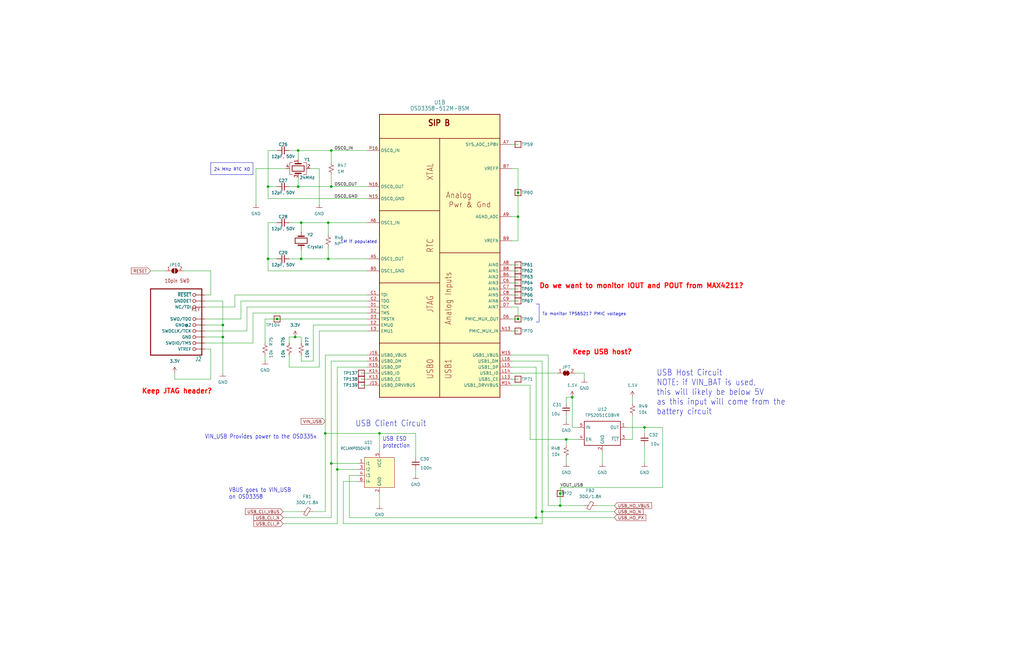
<source format=kicad_sch>
(kicad_sch (version 20230121) (generator eeschema)
  (paper "B")
  (junction (at 113.03 109.22))
  (junction (at 139.7 195.58))
  (junction (at 93.98 142.24))
  (junction (at 125.73 63.5))
  (junction (at 139.7 78.74))
  (junction (at 241.3 167.64))
  (junction (at 236.22 208.28))
  (junction (at 228.6 215.9))
  (junction (at 138.43 109.22))
  (junction (at 218.44 81.28))
  (junction (at 116.84 134.62))
  (junction (at 127 93.98))
  (junction (at 271.78 180.34))
  (junction (at 160.02 182.88))
  (junction (at 93.98 137.16))
  (junction (at 124.46 142.24))
  (junction (at 236.22 213.36))
  (junction (at 139.7 63.5))
  (junction (at 218.44 134.62))
  (junction (at 138.43 93.98))
  (junction (at 238.76 185.42))
  (junction (at 218.44 91.44))
  (junction (at 226.06 218.44))
  (junction (at 137.16 182.88))
  (junction (at 142.24 198.12))
  (junction (at 125.73 78.74))
  (junction (at 113.03 78.74))
  (junction (at 127 109.22))
  (wire (pts (xy 231.14 213.36) (xy 236.22 213.36)))
  (wire (pts (xy 132.08 152.4) (xy 127 152.4)))
  (wire (pts (xy 139.7 152.4) (xy 139.7 195.58)))
  (wire (pts (xy 215.9 101.6) (xy 218.44 101.6)))
  (wire (pts (xy 138.43 109.22) (xy 154.94 109.22)))
  (wire (pts (xy 137.16 182.88) (xy 160.02 182.88)))
  (wire (pts (xy 215.9 162.56) (xy 223.52 162.56)))
  (wire (pts (xy 93.98 137.16) (xy 86.36 137.16)))
  (wire (pts (xy 101.6 127) (xy 154.94 127)))
  (wire (pts (xy 119.38 215.9) (xy 127 215.9)))
  (wire (pts (xy 138.43 93.98) (xy 127 93.98)))
  (wire (pts (xy 116.84 134.62) (xy 111.76 134.62)))
  (wire (pts (xy 226.06 218.44) (xy 259.08 218.44)))
  (wire (pts (xy 223.52 162.56) (xy 223.52 185.42)))
  (wire (pts (xy 113.03 78.74) (xy 116.84 78.74)))
  (wire (pts (xy 215.9 129.54) (xy 218.44 129.54)))
  (wire (pts (xy 231.14 149.86) (xy 231.14 213.36)))
  (wire (pts (xy 127 144.78) (xy 127 142.24)))
  (wire (pts (xy 228.6 152.4) (xy 228.6 215.9)))
  (wire (pts (xy 238.76 185.42) (xy 243.84 185.42)))
  (wire (pts (xy 218.44 129.54) (xy 218.44 134.62)))
  (wire (pts (xy 175.26 182.88) (xy 175.26 193.04)))
  (wire (pts (xy 243.84 180.34) (xy 241.3 180.34)))
  (wire (pts (xy 271.78 187.96) (xy 271.78 195.58)))
  (wire (pts (xy 147.32 200.66) (xy 151.13 200.66)))
  (wire (pts (xy 113.03 83.82) (xy 154.94 83.82)))
  (wire (pts (xy 137.16 149.86) (xy 137.16 182.88)))
  (wire (pts (xy 152.4 162.56) (xy 154.94 162.56)))
  (wire (pts (xy 251.46 213.36) (xy 259.08 213.36)))
  (wire (pts (xy 215.9 160.02) (xy 218.44 160.02)))
  (wire (pts (xy 228.6 215.9) (xy 228.6 220.98)))
  (wire (pts (xy 104.14 139.7) (xy 104.14 129.54)))
  (wire (pts (xy 236.22 205.74) (xy 236.22 208.28)))
  (wire (pts (xy 73.66 160.02) (xy 73.66 157.48)))
  (wire (pts (xy 218.44 71.12) (xy 218.44 81.28)))
  (wire (pts (xy 106.68 144.78) (xy 86.36 144.78)))
  (wire (pts (xy 238.76 175.26) (xy 238.76 177.8)))
  (wire (pts (xy 125.73 74.93) (xy 125.73 78.74)))
  (wire (pts (xy 215.9 116.84) (xy 218.44 116.84)))
  (wire (pts (xy 175.26 198.12) (xy 175.26 200.66)))
  (wire (pts (xy 113.03 114.3) (xy 113.03 109.22)))
  (wire (pts (xy 242.57 157.48) (xy 246.38 157.48)))
  (wire (pts (xy 279.4 205.74) (xy 236.22 205.74)))
  (wire (pts (xy 152.4 157.48) (xy 154.94 157.48)))
  (wire (pts (xy 99.06 124.46) (xy 154.94 124.46)))
  (wire (pts (xy 154.94 154.94) (xy 142.24 154.94)))
  (polyline (pts (xy 226.06 128.27) (xy 227.33 128.27)))
  (wire (pts (xy 120.65 71.12) (xy 107.95 71.12)))
  (wire (pts (xy 160.02 208.28) (xy 160.02 213.36)))
  (wire (pts (xy 121.92 154.94) (xy 121.92 149.86)))
  (wire (pts (xy 215.9 124.46) (xy 218.44 124.46)))
  (wire (pts (xy 121.92 144.78) (xy 121.92 142.24)))
  (wire (pts (xy 215.9 111.76) (xy 218.44 111.76)))
  (wire (pts (xy 218.44 91.44) (xy 218.44 81.28)))
  (wire (pts (xy 93.98 142.24) (xy 86.36 142.24)))
  (wire (pts (xy 99.06 129.54) (xy 99.06 124.46)))
  (wire (pts (xy 223.52 185.42) (xy 238.76 185.42)))
  (wire (pts (xy 264.16 180.34) (xy 271.78 180.34)))
  (wire (pts (xy 134.62 71.12) (xy 134.62 86.36)))
  (wire (pts (xy 86.36 134.62) (xy 101.6 134.62)))
  (wire (pts (xy 134.62 139.7) (xy 134.62 154.94)))
  (wire (pts (xy 215.9 154.94) (xy 226.06 154.94)))
  (wire (pts (xy 154.94 139.7) (xy 134.62 139.7)))
  (wire (pts (xy 134.62 154.94) (xy 121.92 154.94)))
  (wire (pts (xy 138.43 104.14) (xy 138.43 109.22)))
  (wire (pts (xy 127 109.22) (xy 121.92 109.22)))
  (wire (pts (xy 228.6 215.9) (xy 259.08 215.9)))
  (polyline (pts (xy 226.06 135.89) (xy 227.33 135.89)))
  (wire (pts (xy 160.02 182.88) (xy 175.26 182.88)))
  (wire (pts (xy 119.38 218.44) (xy 139.7 218.44)))
  (wire (pts (xy 154.94 152.4) (xy 139.7 152.4)))
  (wire (pts (xy 154.94 137.16) (xy 132.08 137.16)))
  (wire (pts (xy 116.84 134.62) (xy 154.94 134.62)))
  (wire (pts (xy 215.9 149.86) (xy 231.14 149.86)))
  (wire (pts (xy 154.94 149.86) (xy 137.16 149.86)))
  (wire (pts (xy 113.03 63.5) (xy 113.03 78.74)))
  (wire (pts (xy 88.9 124.46) (xy 88.9 114.3)))
  (wire (pts (xy 88.9 147.32) (xy 88.9 160.02)))
  (wire (pts (xy 88.9 160.02) (xy 73.66 160.02)))
  (wire (pts (xy 144.78 203.2) (xy 151.13 203.2)))
  (wire (pts (xy 138.43 99.06) (xy 138.43 93.98)))
  (wire (pts (xy 152.4 160.02) (xy 154.94 160.02)))
  (wire (pts (xy 132.08 137.16) (xy 132.08 152.4)))
  (wire (pts (xy 125.73 67.31) (xy 125.73 63.5)))
  (wire (pts (xy 111.76 134.62) (xy 111.76 144.78)))
  (wire (pts (xy 238.76 167.64) (xy 241.3 167.64)))
  (wire (pts (xy 137.16 215.9) (xy 132.08 215.9)))
  (polyline (pts (xy 88.9 73.66) (xy 106.68 73.66)))
  (wire (pts (xy 86.36 139.7) (xy 104.14 139.7)))
  (wire (pts (xy 154.94 132.08) (xy 106.68 132.08)))
  (wire (pts (xy 215.9 60.96) (xy 218.44 60.96)))
  (wire (pts (xy 215.9 114.3) (xy 218.44 114.3)))
  (wire (pts (xy 271.78 180.34) (xy 279.4 180.34)))
  (wire (pts (xy 238.76 170.18) (xy 238.76 167.64)))
  (wire (pts (xy 139.7 195.58) (xy 139.7 218.44)))
  (wire (pts (xy 138.43 109.22) (xy 127 109.22)))
  (wire (pts (xy 266.7 175.26) (xy 266.7 185.42)))
  (wire (pts (xy 246.38 157.48) (xy 246.38 160.02)))
  (wire (pts (xy 86.36 124.46) (xy 88.9 124.46)))
  (wire (pts (xy 86.36 129.54) (xy 99.06 129.54)))
  (wire (pts (xy 147.32 218.44) (xy 147.32 200.66)))
  (wire (pts (xy 113.03 78.74) (xy 113.03 83.82)))
  (polyline (pts (xy 106.68 73.66) (xy 106.68 68.58)))
  (wire (pts (xy 144.78 220.98) (xy 144.78 203.2)))
  (wire (pts (xy 266.7 185.42) (xy 264.16 185.42)))
  (wire (pts (xy 101.6 134.62) (xy 101.6 127)))
  (wire (pts (xy 139.7 63.5) (xy 139.7 68.58)))
  (wire (pts (xy 139.7 195.58) (xy 151.13 195.58)))
  (wire (pts (xy 254 190.5) (xy 254 195.58)))
  (wire (pts (xy 241.3 180.34) (xy 241.3 167.64)))
  (wire (pts (xy 215.9 157.48) (xy 234.95 157.48)))
  (wire (pts (xy 127 105.41) (xy 127 109.22)))
  (wire (pts (xy 226.06 154.94) (xy 226.06 218.44)))
  (wire (pts (xy 138.43 93.98) (xy 154.94 93.98)))
  (wire (pts (xy 116.84 109.22) (xy 113.03 109.22)))
  (wire (pts (xy 279.4 180.34) (xy 279.4 205.74)))
  (polyline (pts (xy 227.33 128.27) (xy 227.33 135.89)))
  (wire (pts (xy 77.47 114.3) (xy 88.9 114.3)))
  (wire (pts (xy 121.92 93.98) (xy 127 93.98)))
  (wire (pts (xy 137.16 182.88) (xy 137.16 215.9)))
  (wire (pts (xy 218.44 101.6) (xy 218.44 91.44)))
  (wire (pts (xy 116.84 63.5) (xy 113.03 63.5)))
  (wire (pts (xy 226.06 218.44) (xy 147.32 218.44)))
  (wire (pts (xy 93.98 157.48) (xy 93.98 142.24)))
  (wire (pts (xy 160.02 182.88) (xy 160.02 190.5)))
  (wire (pts (xy 113.03 109.22) (xy 113.03 93.98)))
  (wire (pts (xy 139.7 63.5) (xy 154.94 63.5)))
  (wire (pts (xy 113.03 93.98) (xy 116.84 93.98)))
  (wire (pts (xy 107.95 71.12) (xy 107.95 86.36)))
  (wire (pts (xy 121.92 142.24) (xy 124.46 142.24)))
  (wire (pts (xy 139.7 78.74) (xy 154.94 78.74)))
  (polyline (pts (xy 88.9 68.58) (xy 88.9 73.66)))
  (wire (pts (xy 63.5 114.3) (xy 69.85 114.3)))
  (wire (pts (xy 238.76 185.42) (xy 238.76 187.96)))
  (wire (pts (xy 142.24 198.12) (xy 151.13 198.12)))
  (wire (pts (xy 86.36 147.32) (xy 88.9 147.32)))
  (wire (pts (xy 215.9 139.7) (xy 218.44 139.7)))
  (wire (pts (xy 154.94 114.3) (xy 113.03 114.3)))
  (wire (pts (xy 215.9 91.44) (xy 218.44 91.44)))
  (wire (pts (xy 106.68 132.08) (xy 106.68 144.78)))
  (wire (pts (xy 121.92 78.74) (xy 125.73 78.74)))
  (wire (pts (xy 142.24 154.94) (xy 142.24 198.12)))
  (wire (pts (xy 127 142.24) (xy 124.46 142.24)))
  (wire (pts (xy 215.9 127) (xy 218.44 127)))
  (polyline (pts (xy 88.9 68.58) (xy 106.68 68.58)))
  (wire (pts (xy 228.6 220.98) (xy 144.78 220.98)))
  (wire (pts (xy 142.24 198.12) (xy 142.24 220.98)))
  (wire (pts (xy 127 93.98) (xy 127 97.79)))
  (wire (pts (xy 127 152.4) (xy 127 149.86)))
  (wire (pts (xy 125.73 78.74) (xy 139.7 78.74)))
  (wire (pts (xy 236.22 208.28) (xy 236.22 213.36)))
  (wire (pts (xy 236.22 213.36) (xy 246.38 213.36)))
  (wire (pts (xy 266.7 167.64) (xy 266.7 170.18)))
  (wire (pts (xy 215.9 121.92) (xy 218.44 121.92)))
  (wire (pts (xy 215.9 119.38) (xy 218.44 119.38)))
  (wire (pts (xy 93.98 142.24) (xy 93.98 137.16)))
  (wire (pts (xy 119.38 220.98) (xy 142.24 220.98)))
  (wire (pts (xy 111.76 149.86) (xy 111.76 152.4)))
  (wire (pts (xy 93.98 137.16) (xy 93.98 127)))
  (wire (pts (xy 93.98 127) (xy 86.36 127)))
  (wire (pts (xy 130.81 71.12) (xy 134.62 71.12)))
  (wire (pts (xy 215.9 152.4) (xy 228.6 152.4)))
  (wire (pts (xy 104.14 129.54) (xy 154.94 129.54)))
  (wire (pts (xy 139.7 73.66) (xy 139.7 78.74)))
  (wire (pts (xy 238.76 193.04) (xy 238.76 195.58)))
  (wire (pts (xy 215.9 71.12) (xy 218.44 71.12)))
  (wire (pts (xy 121.92 63.5) (xy 125.73 63.5)))
  (wire (pts (xy 125.73 63.5) (xy 139.7 63.5)))
  (wire (pts (xy 271.78 180.34) (xy 271.78 182.88)))
  (wire (pts (xy 215.9 134.62) (xy 218.44 134.62)))
  (text "USB Host Circuit\nNOTE: if VIN_BAT is used,\nthis will likely be below 5V\nas this input will come from the\nbattery circuit" (at 276.86 175.26 0) (effects (font (size 2.54 2.159)) (justify left bottom)))
  (text "To monitor TPS65217 PMIC voltages" (at 228.6 133.35 0) (effects (font (size 1.27 1.27)) (justify left bottom)))
  (text "24 MHz RTC XO" (at 90.17 72.39 0) (effects (font (size 1.27 1.27)) (justify left bottom)))
  (text "Keep JTAG header?" (at 59.69 166.37 0) (effects (font (size 2.032 2.032) (thickness 0.4064) bold) (justify left bottom)))
  (text "1M if populated" (at 143.51 102.87 0) (effects (font (size 1.27 1.27)) (justify left bottom)))
  (text "VBUS goes to VIN_USB\non OSD3358" (at 96.52 210.82 0) (effects (font (size 1.778 1.5113)) (justify left bottom)))
  (text "VIN_USB Provides power to the OSD335x" (at 86.36 185.42 0) (effects (font (size 1.778 1.5113)) (justify left bottom)))
  (text "USB Client Circuit" (at 149.86 180.34 0) (effects (font (size 2.54 2.159)) (justify left bottom)))
  (text "Keep USB host?" (at 241.3 149.86 0) (effects (font (size 2.032 2.032) (thickness 0.4064) bold) (justify left bottom)))
  (text "USB ESD\nprotection" (at 161.29 189.23 0) (effects (font (size 1.778 1.5113)) (justify left bottom)))
  (text "Do we want to monitor IOUT and POUT from MAX4211?" (at 227.33 121.92 0) (effects (font (size 2.032 2.032) (thickness 0.4064) bold) (justify left bottom)))
  (label "OSC0_GND" (at 140.97 83.82 0) (effects (font (size 1.2446 1.2446))))
  (label "VOUT_USB" (at 236.22 205.74 0))
  (label "OSC0_OUT" (at 140.97 78.74 0) (effects (font (size 1.2446 1.2446))))
  (label "OSC0_IN" (at 140.97 63.5 0) (effects (font (size 1.2446 1.2446))))
  (global_label "RESET" (shape input) (at 63.5 114.3 180) (property "Intersheetrefs" "${INTERSHEET_REFS}" (at 55.3417 114.2206 0) (effects (justify right))))
  (global_label "USB_CLI_P" (shape input) (at 119.38 220.98 180) (property "Intersheetrefs" "${INTERSHEET_REFS}" (at 107.0488 220.9006 0) (effects (justify right))))
  (global_label "USB_HO_N" (shape input) (at 259.08 215.9 0) (property "Intersheetrefs" "${INTERSHEET_REFS}" (at 271.2298 215.8206 0) (effects (justify left))))
  (global_label "USB_CLI_N" (shape input) (at 119.38 218.44 180) (property "Intersheetrefs" "${INTERSHEET_REFS}" (at 106.9883 218.3606 0) (effects (justify right))))
  (global_label "USB_HO_VBUS" (shape input) (at 259.08 213.36 0) (property "Intersheetrefs" "${INTERSHEET_REFS}" (at 274.7979 213.2806 0) (effects (justify left))))
  (global_label "USB_HO_PX" (shape input) (at 259.08 218.44 0) (property "Intersheetrefs" "${INTERSHEET_REFS}" (at 272.3788 218.3606 0) (effects (justify left))))
  (global_label "USB_CLI_VBUS" (shape input) (at 119.38 215.9 180) (property "Intersheetrefs" "${INTERSHEET_REFS}" (at 103.4202 215.8206 0) (effects (justify right))))
  (global_label "VIN_USB" (shape input) (at 137.16 177.8 180) (property "Intersheetrefs" "${INTERSHEET_REFS}" (at 126.9455 177.7206 0) (effects (justify right))))
  (symbol (lib_id "oresat-misc:Test-Point-1mm-round") (at 218.44 121.92 180) (unit 1)
    (property "Reference" "TP65" (at 224.79 121.92 0) (effects (justify left)))
    (property "Value" "0.03x0.04" (effects hide))
    (property "Footprint" "oresat-misc:TestPoint_Pad_D1.0mm" (effects hide))
  )
  (symbol (lib_id "Device:C_Small") (at 271.78 185.42 180) (unit 1)
    (property "Reference" "C32" (at 275.59 183.515 0))
    (property "Value" "10u" (at 276.225 187.325 0))
    (property "Footprint" "Capacitor_SMD:C_0805_2012Metric" (effects hide))
  )
  (symbol (lib_id "Device:Crystal_GND24") (at 125.73 71.12 270) (unit 1)
    (property "Reference" "Y1" (at 129.54 67.31 90))
    (property "Value" "24MHz" (at 129.54 74.93 90))
    (property "Footprint" "oresat-footprints:CRYSTAL-5X3.2-4SMD" (effects hide))
  )
  (symbol (lib_id "oresat-misc:Test-Point-1mm-round") (at 218.44 139.7 180) (unit 1)
    (property "Reference" "TP70" (at 224.79 139.7 0) (effects (justify left)))
    (property "Value" "0.03x0.04" (effects hide))
    (property "Footprint" "oresat-misc:TestPoint_Pad_D1.0mm" (effects hide))
  )
  (symbol (lib_id "oresat-power:VDD") (at 266.7 167.64 0) (unit 1)
    (property "Reference" "#VDD0102" (effects hide))
    (property "Value" "VDD" (at 266.7 162.56 0))
  )
  (symbol (lib_id "Device:Crystal") (at 127 101.6 90) (unit 1)
    (property "Reference" "Y2" (at 129.54 99.06 90) (effects (justify right)))
    (property "Value" "Crystal" (at 129.54 104.14 90) (effects (justify right)))
    (property "Footprint" "oresat-footprints:CRYSTAL_3.2X1.5" (effects hide))
  )
  (symbol (lib_id "Device:FerriteBead_Small") (at 248.92 213.36 90) (unit 1)
    (property "Reference" "FB2" (at 248.8819 207.01 90))
    (property "Value" "30Ω/1.8A" (at 248.8819 209.55 90))
    (property "Footprint" "Inductor_SMD:L_0603_1608Metric" (effects hide))
  )
  (symbol (lib_id "oresat-misc:Test-Point-1mm-round") (at 218.44 81.28 180) (unit 1)
    (property "Reference" "TP60" (at 224.79 81.28 0) (effects (justify left)))
    (property "Value" "0.03x0.04" (effects hide))
    (property "Footprint" "oresat-misc:TestPoint_Pad_D1.0mm" (effects hide))
  )
  (symbol (lib_id "oresat-connectors:FTSH-105-XX-X-DV-K") (at 78.74 132.08 180) (unit 1)
    (property "Reference" "J2" (at 85.09 150.495 0) (effects (font (size 1.778 1.5113)) (justify left bottom)))
    (property "Value" "FTSH-105-XX-X-DV-K" (effects hide))
    (property "Footprint" "oresat-footprints:J-Samtec-CON10_2X5_DUK_FTSH" (effects hide))
    (property "Datasheet" "https://suddendocs.samtec.com/catalog_english/ftsh_smt.pdf" (effects hide))
  )
  (symbol (lib_id "Device:C_Small") (at 119.38 78.74 90) (unit 1)
    (property "Reference" "C27" (at 119.38 76.2 90))
    (property "Value" "12pF, 50V" (at 119.38 81.28 90))
    (property "Footprint" "Capacitor_SMD:C_0603_1608Metric" (effects hide))
  )
  (symbol (lib_id "Device:R_Small_US") (at 121.92 147.32 0) (mirror y) (unit 1)
    (property "Reference" "R76" (at 119.38 146.05 90) (effects (justify left)))
    (property "Value" "10k" (at 119.38 151.13 90) (effects (justify left)))
    (property "Footprint" "Resistor_SMD:R_0603_1608Metric" (effects hide))
  )
  (symbol (lib_id "Device:R_Small_US") (at 138.43 101.6 0) (unit 1)
    (property "Reference" "R46" (at 140.97 100.3299 0) (effects (justify left)))
    (property "Value" "NP" (at 140.97 102.8699 0) (effects (justify left)))
    (property "Footprint" "Resistor_SMD:R_0603_1608Metric" (effects hide))
  )
  (symbol (lib_id "oresat-misc:Test-Point-1mm-round") (at 116.84 134.62 180) (unit 1)
    (property "Reference" "TP104" (at 118.11 137.16 0) (effects (justify left)))
    (property "Value" "0.03x0.04" (effects hide))
    (property "Footprint" "oresat-misc:TestPoint_Pad_D1.0mm" (effects hide))
  )
  (symbol (lib_id "oresat-misc:Test-Point-1mm-round") (at 218.44 124.46 180) (unit 1)
    (property "Reference" "TP66" (at 224.79 124.46 0) (effects (justify left)))
    (property "Value" "0.03x0.04" (effects hide))
    (property "Footprint" "oresat-misc:TestPoint_Pad_D1.0mm" (effects hide))
  )
  (symbol (lib_id "oresat-power:GND") (at 238.76 195.58 0) (unit 1)
    (property "Reference" "#GND0157" (effects hide))
    (property "Value" "GND" (at 238.76 199.39 0))
  )
  (symbol (lib_id "oresat-power:GND") (at 93.98 157.48 0) (unit 1)
    (property "Reference" "#GND0156" (effects hide))
    (property "Value" "GND" (at 93.98 161.29 0))
  )
  (symbol (lib_id "Jumper:SolderJumper_2_Bridged") (at 238.76 157.48 0) (unit 1)
    (property "Reference" "JP7" (at 238.76 154.94 0))
    (property "Value" "SolderJumper_2_Bridged" (effects hide))
    (property "Footprint" "oresat-footprints:SMT-JUMPER_2_NC_TRACE_SILK" (effects hide))
  )
  (symbol (lib_id "Jumper:SolderJumper_2_Open") (at 73.66 114.3 0) (unit 1)
    (property "Reference" "JP10" (at 73.66 111.76 0))
    (property "Value" "SolderJumper_2_Open" (effects hide))
    (property "Footprint" "oresat-footprints:SMT-JUMPER_2_NO_SILK" (effects hide))
  )
  (symbol (lib_id "oresat-ics:RCLAMP0504FB") (at 160.02 199.39 0) (unit 1)
    (property "Reference" "U11" (at 153.67 186.69 0) (effects (font (size 1.27 1.0795)) (justify left)))
    (property "Value" "RCLAMP0504FB" (at 143.51 189.23 0) (effects (font (size 1.27 1.0795)) (justify left)))
    (property "Footprint" "Package_TO_SOT_SMD:SOT-363_SC-70-6" (effects hide))
    (property "Datasheet" "https://semtech.my.salesforce.com/sfc/p/#E0000000JelG/a/440000001NC4/stkwt9TLwnuFEcETp_EuKKu8Zq_5VZ02wBJYU8lO8Hs" (effects hide))
  )
  (symbol (lib_id "oresat-power:GND") (at 160.02 213.36 0) (unit 1)
    (property "Reference" "#GND0163" (effects hide))
    (property "Value" "GND" (at 160.02 217.17 0))
  )
  (symbol (lib_id "oresat-misc:Test-Point-1mm-round") (at 152.4 157.48 0) (mirror x) (unit 1)
    (property "Reference" "TP137" (at 144.78 157.48 0) (effects (justify left)))
    (property "Value" "0.03x0.04" (effects hide))
    (property "Footprint" "oresat-misc:TestPoint_Pad_D1.0mm" (effects hide))
  )
  (symbol (lib_id "oresat-power:GND") (at 246.38 160.02 0) (unit 1)
    (property "Reference" "#GND0162" (effects hide))
    (property "Value" "GND" (at 246.38 163.83 0))
  )
  (symbol (lib_id "oresat-misc:Test-Point-1mm-round") (at 218.44 111.76 180) (unit 1)
    (property "Reference" "TP61" (at 224.79 111.76 0) (effects (justify left)))
    (property "Value" "0.03x0.04" (effects hide))
    (property "Footprint" "oresat-misc:TestPoint_Pad_D1.0mm" (effects hide))
  )
  (symbol (lib_id "oresat-misc:Test-Point-1mm-round") (at 218.44 134.62 180) (unit 1)
    (property "Reference" "TP69" (at 224.79 134.62 0) (effects (justify left)))
    (property "Value" "0.03x0.04" (effects hide))
    (property "Footprint" "oresat-misc:TestPoint_Pad_D1.0mm" (effects hide))
  )
  (symbol (lib_id "Device:C_Small") (at 175.26 195.58 180) (unit 1)
    (property "Reference" "C30" (at 179.07 193.675 0))
    (property "Value" "100n" (at 179.705 197.485 0))
    (property "Footprint" "Capacitor_SMD:C_0603_1608Metric" (effects hide))
  )
  (symbol (lib_id "oresat-misc:Test-Point-1mm-round") (at 152.4 160.02 0) (mirror x) (unit 1)
    (property "Reference" "TP138" (at 144.78 160.02 0) (effects (justify left)))
    (property "Value" "0.03x0.04" (effects hide))
    (property "Footprint" "oresat-misc:TestPoint_Pad_D1.0mm" (effects hide))
  )
  (symbol (lib_id "Device:C_Small") (at 238.76 172.72 0) (mirror x) (unit 1)
    (property "Reference" "C31" (at 234.95 170.815 0))
    (property "Value" "10u" (at 234.315 174.625 0))
    (property "Footprint" "Capacitor_SMD:C_0805_2012Metric" (effects hide))
  )
  (symbol (lib_id "Device:C_Small") (at 119.38 109.22 90) (unit 1)
    (property "Reference" "C29" (at 119.38 106.68 90))
    (property "Value" "12pF, 50V" (at 119.38 111.76 90))
    (property "Footprint" "Capacitor_SMD:C_0603_1608Metric" (effects hide))
  )
  (symbol (lib_id "Device:R_Small_US") (at 266.7 172.72 0) (unit 1)
    (property "Reference" "R49" (at 269.24 171.4499 0) (effects (justify left)))
    (property "Value" "10k" (at 269.24 173.9899 0) (effects (justify left)))
    (property "Footprint" "Resistor_SMD:R_0603_1608Metric" (effects hide))
  )
  (symbol (lib_id "oresat-power:VDD") (at 241.3 167.64 0) (unit 1)
    (property "Reference" "#VDD0101" (effects hide))
    (property "Value" "VDD" (at 241.3 162.56 0))
  )
  (symbol (lib_id "Device:FerriteBead_Small") (at 129.54 215.9 90) (unit 1)
    (property "Reference" "FB1" (at 129.5019 209.55 90))
    (property "Value" "30Ω/1.8A" (at 129.5019 212.09 90))
    (property "Footprint" "Inductor_SMD:L_0603_1608Metric" (effects hide))
  )
  (symbol (lib_id "oresat-misc:Test-Point-1mm-round") (at 218.44 116.84 180) (unit 1)
    (property "Reference" "TP63" (at 224.79 116.84 0) (effects (justify left)))
    (property "Value" "0.03x0.04" (effects hide))
    (property "Footprint" "oresat-misc:TestPoint_Pad_D1.0mm" (effects hide))
  )
  (symbol (lib_id "oresat-ics:TPS2051CDBVR") (at 254 182.88 0) (unit 1)
    (property "Reference" "U12" (at 254 172.72 0))
    (property "Value" "TPS2051CDBVR" (at 254 175.26 0))
    (property "Footprint" "Package_TO_SOT_SMD:SOT-23-5" (effects hide))
    (property "Datasheet" "https://www.ti.com/lit/ds/symlink/tps2051c.pdf" (effects hide))
  )
  (symbol (lib_id "oresat-ics:OSD3358-512M-BSM") (at 185.42 106.68 0) (unit 2)
    (property "Reference" "U1" (at 185.42 43.18 0) (effects (font (size 1.778 1.5113))))
    (property "Value" "OSD3358-512M-BSM" (at 185.42 45.72 0) (effects (font (size 1.778 1.5113))))
    (property "Footprint" "oresat-ics:U-Octavo-OSD335X-BGA-256" (effects hide))
    (property "Description" "OSD335x Embedded Module 1GHz 512MB" (effects hide))
    (property "Distributor" "DigiKey" (effects hide))
    (property "MPN" "OSD3358-512M-BSM" (effects hide))
  )
  (symbol (lib_id "oresat-power:3.3V") (at 73.66 157.48 0) (unit 1)
    (property "Reference" "#3V0111" (effects hide))
    (property "Value" "3.3V" (at 73.66 152.4 0))
  )
  (symbol (lib_id "oresat-power:GND") (at 111.76 152.4 0) (unit 1)
    (property "Reference" "#GND0155" (effects hide))
    (property "Value" "GND" (at 111.76 156.21 0))
  )
  (symbol (lib_id "Device:C_Small") (at 119.38 93.98 90) (unit 1)
    (property "Reference" "C28" (at 119.38 91.44 90))
    (property "Value" "12pF, 50V" (at 119.38 96.52 90))
    (property "Footprint" "Capacitor_SMD:C_0603_1608Metric" (effects hide))
  )
  (symbol (lib_id "oresat-misc:Test-Point-1mm-round") (at 218.44 114.3 180) (unit 1)
    (property "Reference" "TP62" (at 224.79 114.3 0) (effects (justify left)))
    (property "Value" "0.03x0.04" (effects hide))
    (property "Footprint" "oresat-misc:TestPoint_Pad_D1.0mm" (effects hide))
  )
  (symbol (lib_id "oresat-power:GND") (at 175.26 200.66 0) (unit 1)
    (property "Reference" "#GND0164" (effects hide))
    (property "Value" "GND" (at 175.26 204.47 0))
  )
  (symbol (lib_id "oresat-power:GND") (at 107.95 86.36 0) (unit 1)
    (property "Reference" "#GND0159" (effects hide))
    (property "Value" "GND" (at 107.95 90.17 0))
  )
  (symbol (lib_id "oresat-misc:Test-Point-1mm-round") (at 236.22 208.28 180) (unit 1)
    (property "Reference" "TP72" (at 241.3 208.28 0) (effects (justify left)))
    (property "Value" "0.03x0.04" (effects hide))
    (property "Footprint" "oresat-misc:TestPoint_Pad_D1.0mm" (effects hide))
  )
  (symbol (lib_id "oresat-power:GND") (at 254 195.58 0) (unit 1)
    (property "Reference" "#GND0160" (effects hide))
    (property "Value" "GND" (at 254 199.39 0))
  )
  (symbol (lib_id "Device:R_Small_US") (at 127 147.32 0) (unit 1)
    (property "Reference" "R77" (at 129.54 146.05 90) (effects (justify left)))
    (property "Value" "10k" (at 129.54 151.13 90) (effects (justify left)))
    (property "Footprint" "Resistor_SMD:R_0603_1608Metric" (effects hide))
  )
  (symbol (lib_id "Device:R_Small_US") (at 238.76 190.5 0) (mirror y) (unit 1)
    (property "Reference" "R48" (at 236.22 189.2299 0) (effects (justify left)))
    (property "Value" "10k" (at 236.22 191.7699 0) (effects (justify left)))
    (property "Footprint" "Resistor_SMD:R_0603_1608Metric" (effects hide))
  )
  (symbol (lib_id "Device:C_Small") (at 119.38 63.5 90) (unit 1)
    (property "Reference" "C26" (at 119.38 60.96 90))
    (property "Value" "12pF, 50V" (at 119.38 66.04 90))
    (property "Footprint" "Capacitor_SMD:C_0603_1608Metric" (effects hide))
  )
  (symbol (lib_id "Device:R_Small_US") (at 139.7 71.12 0) (unit 1)
    (property "Reference" "R47" (at 142.24 69.8499 0) (effects (justify left)))
    (property "Value" "1M" (at 142.24 72.3899 0) (effects (justify left)))
    (property "Footprint" "Resistor_SMD:R_0603_1608Metric" (effects hide))
  )
  (symbol (lib_id "oresat-misc:Test-Point-1mm-round") (at 218.44 119.38 180) (unit 1)
    (property "Reference" "TP64" (at 224.79 119.38 0) (effects (justify left)))
    (property "Value" "0.03x0.04" (effects hide))
    (property "Footprint" "oresat-misc:TestPoint_Pad_D1.0mm" (effects hide))
  )
  (symbol (lib_id "oresat-misc:Test-Point-1mm-round") (at 218.44 60.96 180) (unit 1)
    (property "Reference" "TP59" (at 224.79 60.96 0) (effects (justify left)))
    (property "Value" "0.03x0.04" (effects hide))
    (property "Footprint" "oresat-misc:TestPoint_Pad_D1.0mm" (effects hide))
  )
  (symbol (lib_id "oresat-power:3.3V") (at 124.46 142.24 0) (unit 1)
    (property "Reference" "#3V0112" (effects hide))
    (property "Value" "3.3V" (at 124.46 137.16 0))
  )
  (symbol (lib_id "oresat-power:GND") (at 238.76 177.8 0) (unit 1)
    (property "Reference" "#GND0158" (effects hide))
    (property "Value" "GND" (at 238.76 181.61 0))
  )
  (symbol (lib_id "oresat-misc:Test-Point-1mm-round") (at 218.44 160.02 180) (unit 1)
    (property "Reference" "TP71" (at 224.79 160.02 0) (effects (justify left)))
    (property "Value" "0.03x0.04" (effects hide))
    (property "Footprint" "oresat-misc:TestPoint_Pad_D1.0mm" (effects hide))
  )
  (symbol (lib_id "Device:R_Small_US") (at 111.76 147.32 0) (unit 1)
    (property "Reference" "R75" (at 114.3 146.05 90) (effects (justify left)))
    (property "Value" "10k" (at 114.3 151.13 90) (effects (justify left)))
    (property "Footprint" "Resistor_SMD:R_0603_1608Metric" (effects hide))
  )
  (symbol (lib_id "oresat-power:GND") (at 134.62 86.36 0) (unit 1)
    (property "Reference" "#GND0154" (effects hide))
    (property "Value" "GND" (at 134.62 90.17 0))
  )
  (symbol (lib_id "oresat-misc:Test-Point-1mm-round") (at 218.44 127 180) (unit 1)
    (property "Reference" "TP67" (at 224.79 127 0) (effects (justify left)))
    (property "Value" "0.03x0.04" (effects hide))
    (property "Footprint" "oresat-misc:TestPoint_Pad_D1.0mm" (effects hide))
  )
  (symbol (lib_id "oresat-misc:Test-Point-1mm-round") (at 152.4 162.56 0) (mirror x) (unit 1)
    (property "Reference" "TP139" (at 144.78 162.56 0) (effects (justify left)))
    (property "Value" "0.03x0.04" (effects hide))
    (property "Footprint" "oresat-misc:TestPoint_Pad_D1.0mm" (effects hide))
  )
  (symbol (lib_id "oresat-power:GND") (at 271.78 195.58 0) (unit 1)
    (property "Reference" "#GND0161" (effects hide))
    (property "Value" "GND" (at 271.78 199.39 0))
  )
)
</source>
